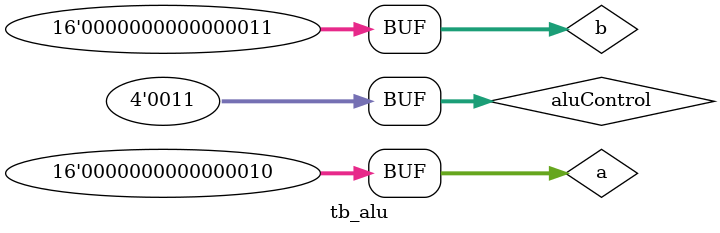
<source format=v>
`timescale 1ps / 1ps

module tb_alu();
	reg [15:0] a, b; 
	reg [3:0] aluControl;
	wire  C, L, F, Z, N;
	wire [15:0] result;
	
	alu uut(.a(a), .b(b), .aluControl(aluControl), .C(C), .L(L), .F(F), .Z(Z), .N(N), .result(result));
	
	
	initial begin 
		a = 16'b0;
		b = 16'b0;
		aluControl = 4'b0; #200
	
		// ADD or ADDI
		a = 16'h0003;
		b = 16'h0001;
		aluControl = 4'b1000; 
		$display("here"); 
		//if (result == 16'h0004) 
		//	$display("ADD ERROR");
		$display("also here"); #200
		
		// SUB or SUBI
		a = 16'h0003;
		b = 16'h0001;
		aluControl = 4'b0001; #200;
		if (!(result == 16'h0002)) 
			$display("SUB ERROR");
			
		// CMP or CMPI EQUAL
		a = 16'h0003;
		b = 16'h0003;
		aluControl = 4'b0010; #200;
		if (!(Z == 1)) 
			$display("CMP EQUAL ERROR");
			
		// CMP or CMPI LESS THAN
		a = 16'h0002;
		b = 16'h0003;
		aluControl = 4'b0010; #200;
		if (!(L == 1)) 
			$display("CMP LESS ERROR");
			
		// CMP or CMPI GREATER THAN
		a = 16'h0003;
		b = 16'h0002;
		aluControl = 4'b0010; #200;
		if (!(L == 0)) 
			$display("CMP GREATER ERROR");
			
		// AND or ANDI
		a = 16'h0002;
		b = 16'h0003;
		aluControl = 4'b0011; #200;
		if (!(result == 16'h0002)) 
			$display("AND ERROR");
			
		// OR or ORI
		a = 16'h0002;
		b = 16'h0003;
		aluControl = 4'b0100; #200;
		if (!(result == 16'h0003)) 
			$display("OR ERROR");
			
		// XOR or XORI
		a = 16'h0002;
		b = 16'h0003;
		aluControl = 4'b0101; #200;
		if (!(result == 16'h0001)) 
			$display("XOR ERROR");
			
		// MOV or MOVI
		a = 16'h0002;
		b = 16'h0003;
		aluControl = 4'b0011; #200;
		if (!(result == 16'h0002)) 
			$display("MOV ERROR");
	end
endmodule 
</source>
